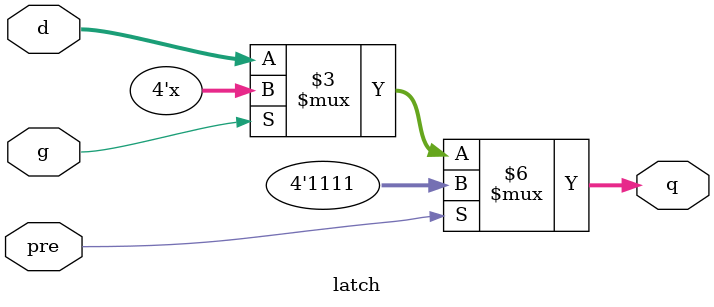
<source format=v>
module latch(q,d,g,pre);
input g,pre;
input  [3:0] d;
output [3:0] q;
reg    [3:0] q;
always @(g or d or pre)
    begin
        if(pre)
            q<=4'b1111;
        else if(~g)
            q<=d;        
    end
endmodule

</source>
